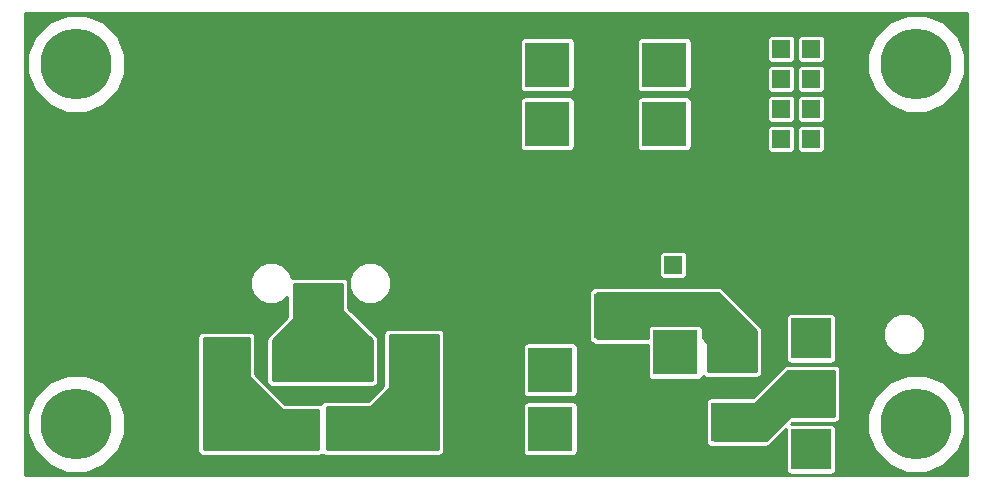
<source format=gbr>
G04 #@! TF.GenerationSoftware,KiCad,Pcbnew,(2017-02-05 revision 431abcf)-makepkg*
G04 #@! TF.CreationDate,2017-03-30T08:01:26+02:00*
G04 #@! TF.ProjectId,UNIPOWER05A,554E49504F5745523035412E6B696361,rev?*
G04 #@! TF.FileFunction,Copper,L1,Top,Signal*
G04 #@! TF.FilePolarity,Positive*
%FSLAX46Y46*%
G04 Gerber Fmt 4.6, Leading zero omitted, Abs format (unit mm)*
G04 Created by KiCad (PCBNEW (2017-02-05 revision 431abcf)-makepkg) date 03/30/17 08:01:26*
%MOMM*%
%LPD*%
G01*
G04 APERTURE LIST*
%ADD10C,0.300000*%
%ADD11R,3.400000X3.400000*%
%ADD12R,3.810000X3.810000*%
%ADD13C,6.000000*%
%ADD14R,3.810000X3.330000*%
%ADD15R,1.524000X1.524000*%
%ADD16C,0.800000*%
%ADD17C,0.600000*%
%ADD18C,0.900000*%
%ADD19C,0.254000*%
G04 APERTURE END LIST*
D10*
D11*
X67310000Y2920000D03*
X67310000Y7620000D03*
X67310000Y12320000D03*
D12*
X50800000Y8024000D03*
X50800000Y14224000D03*
X55800000Y11124000D03*
D13*
X76200000Y35560000D03*
X76200000Y5080000D03*
X5080000Y35560000D03*
X5080000Y5080000D03*
D14*
X23622000Y4456000D03*
X23622000Y10276000D03*
X28194000Y10276000D03*
X28194000Y4456000D03*
X60706000Y5218000D03*
X60706000Y11038000D03*
D12*
X17780000Y10414000D03*
X17780000Y5414000D03*
X12700000Y5414000D03*
X12700000Y10414000D03*
X33782000Y10414000D03*
X33782000Y5414000D03*
X38862000Y5414000D03*
X38862000Y10414000D03*
X45212000Y9652000D03*
X45212000Y4652000D03*
X50292000Y4652000D03*
X50292000Y9652000D03*
D15*
X55626000Y18542000D03*
D12*
X44958000Y30480000D03*
X44958000Y35480000D03*
X40005000Y35480000D03*
X40005000Y30480000D03*
X54864000Y30480000D03*
X54864000Y35480000D03*
X49911000Y35480000D03*
X49911000Y30480000D03*
D15*
X62230000Y34290000D03*
X62230000Y36830000D03*
X64770000Y34290000D03*
X64770000Y36830000D03*
X67310000Y34290000D03*
X67310000Y36830000D03*
X69850000Y34290000D03*
X69850000Y36830000D03*
X62230000Y29210000D03*
X62230000Y31750000D03*
X64770000Y29210000D03*
X64770000Y31750000D03*
X67310000Y29210000D03*
X67310000Y31750000D03*
X69850000Y29210000D03*
X69850000Y31750000D03*
D16*
X71628000Y36830000D03*
X71628000Y34290000D03*
X71882000Y31750000D03*
X71882000Y29210000D03*
X60452000Y36830000D03*
X60452000Y34036000D03*
X60452000Y31750000D03*
X60452000Y29210000D03*
X59944000Y18796000D03*
X61214000Y18034000D03*
X62230000Y17018000D03*
X63246000Y16002000D03*
X64008000Y14986000D03*
X63246000Y14224000D03*
X62230000Y15240000D03*
X61214000Y16256000D03*
X60198000Y17018000D03*
X58674000Y17526000D03*
X48768000Y25908000D03*
X49784000Y25908000D03*
X50800000Y25908000D03*
X51816000Y25908000D03*
X52070000Y26924000D03*
X51054000Y26924000D03*
X50038000Y26924000D03*
X49022000Y26924000D03*
X48006000Y26924000D03*
X51054000Y27940000D03*
X52070000Y27940000D03*
X50038000Y27940000D03*
X49022000Y27940000D03*
X48006000Y27940000D03*
X41656000Y26670000D03*
X40640000Y26670000D03*
X39370000Y26670000D03*
X38100000Y26670000D03*
X41656000Y27686000D03*
X40640000Y27686000D03*
X39370000Y27686000D03*
X38100000Y27686000D03*
X37338000Y28194000D03*
X37338000Y29464000D03*
X37338000Y30480000D03*
X37338000Y31496000D03*
X37338000Y32512000D03*
X37338000Y33528004D03*
X37338000Y34544000D03*
X37338000Y35560000D03*
X10160000Y14732000D03*
X10160000Y16002000D03*
X10160000Y17526000D03*
X9906000Y11176000D03*
X9906000Y12192000D03*
X13970000Y13208000D03*
X12954000Y13208000D03*
X11938000Y13208000D03*
X10922000Y13208000D03*
X9906000Y13208000D03*
X13970000Y2540000D03*
X12954000Y2540000D03*
X11938000Y2540000D03*
X10922000Y2540000D03*
X9906000Y2540000D03*
X9906000Y9906000D03*
X9906000Y8636000D03*
X9906000Y7620000D03*
X9906000Y6350000D03*
X9906000Y5334000D03*
X41656000Y11938000D03*
X41656000Y10922000D03*
X41656000Y9906000D03*
X41656000Y8890000D03*
X41656000Y7874000D03*
X41656000Y6604000D03*
X41656000Y5334000D03*
X58166000Y8128000D03*
X57150000Y8128000D03*
X56134000Y8128000D03*
X57150000Y2032000D03*
X56134000Y2032000D03*
X54864000Y2032000D03*
X53848000Y2032000D03*
X54864000Y8128000D03*
X54864000Y6858000D03*
X54864000Y5334000D03*
X54864000Y4318000D03*
X54864000Y3302000D03*
X53848000Y3302000D03*
X53848000Y4318000D03*
X53848000Y5334000D03*
X53848000Y6858000D03*
X53848000Y8128000D03*
X41656000Y13462000D03*
X40132000Y13462000D03*
X39116000Y13462000D03*
X37846000Y13462000D03*
X36576000Y13462000D03*
X26924000Y14224000D03*
X24892000Y14224000D03*
X23876000Y14224000D03*
X23876000Y16256000D03*
X24892000Y16256000D03*
X25908000Y16256000D03*
X26924000Y16256000D03*
X26924000Y15240000D03*
X25908000Y15240000D03*
X24892000Y15240000D03*
X23876000Y15240000D03*
X25908000Y14224000D03*
X28448000Y12954000D03*
X27178000Y12954000D03*
X25908000Y12954000D03*
X24638000Y12954000D03*
X23368000Y12954000D03*
D17*
X71628000Y34290000D02*
X71628000Y36830000D01*
X71882000Y29210000D02*
X71882000Y31750000D01*
X60452000Y34036000D02*
X60452000Y36830000D01*
X60452000Y29210000D02*
X60452000Y31750000D01*
X62230000Y21082000D02*
X59944000Y18796000D01*
X59944000Y18796000D02*
X58674000Y17526000D01*
X62230000Y17018000D02*
X61214000Y18034000D01*
X64008000Y14986000D02*
X64008000Y15240000D01*
X64008000Y15240000D02*
X63246000Y16002000D01*
X62230000Y15240000D02*
X63246000Y14224000D01*
X60198000Y17018000D02*
X60452000Y17018000D01*
X60452000Y17018000D02*
X61214000Y16256000D01*
X62230000Y29210000D02*
X62230000Y21082000D01*
X49784000Y25908000D02*
X48768000Y25908000D01*
X51816000Y25908000D02*
X50800000Y25908000D01*
X51054000Y26924000D02*
X52070000Y26924000D01*
X49022000Y26924000D02*
X50038000Y26924000D01*
X48006000Y27940000D02*
X48006000Y26924000D01*
X50038000Y27940000D02*
X51054000Y27940000D01*
X48006000Y27940000D02*
X49022000Y27940000D01*
X40640000Y26670000D02*
X41656000Y26670000D01*
X38100000Y26670000D02*
X39370000Y26670000D01*
X40640000Y27686000D02*
X41656000Y27686000D01*
X38100000Y27686000D02*
X39370000Y27686000D01*
X37338000Y28898315D02*
X37338000Y28194000D01*
X37338000Y29464000D02*
X37338000Y28898315D01*
X37338000Y30480000D02*
X37338000Y29464000D01*
X37338000Y32512000D02*
X37338000Y31496000D01*
X37338000Y34544000D02*
X37338000Y33528004D01*
X40005000Y35480000D02*
X37418000Y35480000D01*
X37418000Y35480000D02*
X37338000Y35560000D01*
X10160000Y17526000D02*
X10160000Y16002000D01*
X9906000Y12192000D02*
X9906000Y11176000D01*
X12954000Y13208000D02*
X13970000Y13208000D01*
X10922000Y13208000D02*
X11938000Y13208000D01*
X12700000Y10414000D02*
X9906000Y13208000D01*
X11938000Y2540000D02*
X12954000Y2540000D01*
X9906000Y2540000D02*
X10922000Y2540000D01*
X9906000Y8636000D02*
X9906000Y9906000D01*
X9906000Y6350000D02*
X9906000Y7620000D01*
X12700000Y5414000D02*
X9986000Y5414000D01*
X9986000Y5414000D02*
X9906000Y5334000D01*
X41656000Y9906000D02*
X41656000Y10922000D01*
X41656000Y7874000D02*
X41656000Y8890000D01*
X41656000Y5334000D02*
X41656000Y6604000D01*
X57150000Y8128000D02*
X58166000Y8128000D01*
X54864000Y8128000D02*
X56134000Y8128000D01*
X54864000Y2032000D02*
X56134000Y2032000D01*
X54864000Y3302000D02*
X54864000Y3048000D01*
X54864000Y3048000D02*
X53848000Y2032000D01*
X54864000Y5334000D02*
X54864000Y6858000D01*
X54864000Y3302000D02*
X54864000Y4318000D01*
X53848000Y4318000D02*
X53848000Y3302000D01*
X53848000Y6858000D02*
X53848000Y5334000D01*
X50292000Y4652000D02*
X50292000Y7157000D01*
X50292000Y7157000D02*
X51263000Y8128000D01*
X51263000Y8128000D02*
X53848000Y8128000D01*
X39116000Y13462000D02*
X40132000Y13462000D01*
X36576000Y13462000D02*
X37846000Y13462000D01*
D18*
X55626000Y11938000D02*
X55626000Y10668000D01*
D17*
X33782000Y5414000D02*
X33782000Y10414000D01*
X28194000Y4456000D02*
X32824000Y4456000D01*
X32824000Y4456000D02*
X33782000Y5414000D01*
D10*
X25908000Y14224000D02*
X26924000Y14224000D01*
X23876000Y14224000D02*
X24892000Y14224000D01*
X23876000Y15240000D02*
X23876000Y14224000D01*
X25908000Y16256000D02*
X24892000Y16256000D01*
X26924000Y15240000D02*
X26924000Y16256000D01*
X24892000Y15240000D02*
X25908000Y15240000D01*
X27178000Y12954000D02*
X28448000Y12954000D01*
X24638000Y12954000D02*
X25908000Y12954000D01*
X23622000Y10276000D02*
X23622000Y12700000D01*
X23622000Y12700000D02*
X23368000Y12954000D01*
D18*
X44450000Y8890000D02*
X44450000Y10160000D01*
X66802000Y8382000D02*
X67818000Y8382000D01*
X46228000Y29972000D02*
X46228000Y31242000D01*
X44958000Y31242000D02*
X44958000Y29972000D01*
X55626000Y30734000D02*
X55626000Y30480000D01*
D19*
G36*
X80524000Y756000D02*
X756000Y756000D01*
X756000Y4262690D01*
X952285Y4262690D01*
X1579259Y2745296D01*
X2739190Y1583340D01*
X4255487Y953718D01*
X5897310Y952285D01*
X7414704Y1579259D01*
X8576660Y2739190D01*
X9206282Y4255487D01*
X9207715Y5897310D01*
X8580741Y7414704D01*
X7420810Y8576660D01*
X5904513Y9206282D01*
X4262690Y9207715D01*
X2745296Y8580741D01*
X1583340Y7420810D01*
X953718Y5904513D01*
X952285Y4262690D01*
X756000Y4262690D01*
X756000Y12446000D01*
X15321000Y12446000D01*
X15321000Y2794000D01*
X15353503Y2630594D01*
X15446065Y2492065D01*
X15584594Y2399503D01*
X15748000Y2367000D01*
X21659864Y2367000D01*
X21717000Y2355635D01*
X25527000Y2355635D01*
X25584136Y2367000D01*
X25654000Y2367000D01*
X25817406Y2399503D01*
X25908000Y2460036D01*
X25998594Y2399503D01*
X26162000Y2367000D01*
X26231864Y2367000D01*
X26289000Y2355635D01*
X30099000Y2355635D01*
X30156136Y2367000D01*
X35814000Y2367000D01*
X35977406Y2399503D01*
X36115935Y2492065D01*
X36208497Y2630594D01*
X36241000Y2794000D01*
X36241000Y6557000D01*
X42871635Y6557000D01*
X42871635Y2747000D01*
X42904775Y2580393D01*
X42999150Y2439150D01*
X43140393Y2344775D01*
X43307000Y2311635D01*
X47117000Y2311635D01*
X47283607Y2344775D01*
X47424850Y2439150D01*
X47519225Y2580393D01*
X47552365Y2747000D01*
X47552365Y6557000D01*
X47519225Y6723607D01*
X47424850Y6864850D01*
X47397687Y6883000D01*
X58365635Y6883000D01*
X58365635Y3553000D01*
X58398775Y3386393D01*
X58493150Y3245150D01*
X58634393Y3150775D01*
X58801000Y3117635D01*
X62611000Y3117635D01*
X62668136Y3129000D01*
X63500000Y3129000D01*
X63663406Y3161503D01*
X63801935Y3254065D01*
X65176315Y4628445D01*
X65174635Y4620000D01*
X65174635Y1220000D01*
X65207775Y1053393D01*
X65302150Y912150D01*
X65443393Y817775D01*
X65610000Y784635D01*
X69010000Y784635D01*
X69176607Y817775D01*
X69317850Y912150D01*
X69412225Y1053393D01*
X69445365Y1220000D01*
X69445365Y4262690D01*
X72072285Y4262690D01*
X72699259Y2745296D01*
X73859190Y1583340D01*
X75375487Y953718D01*
X77017310Y952285D01*
X78534704Y1579259D01*
X79696660Y2739190D01*
X80326282Y4255487D01*
X80327715Y5897310D01*
X79700741Y7414704D01*
X78540810Y8576660D01*
X77024513Y9206282D01*
X75382690Y9207715D01*
X73865296Y8580741D01*
X72703340Y7420810D01*
X72073718Y5904513D01*
X72072285Y4262690D01*
X69445365Y4262690D01*
X69445365Y4620000D01*
X69412225Y4786607D01*
X69317850Y4927850D01*
X69176607Y5022225D01*
X69010000Y5055365D01*
X65610000Y5055365D01*
X65601555Y5053685D01*
X65708870Y5161000D01*
X69342000Y5161000D01*
X69505406Y5193503D01*
X69643935Y5286065D01*
X69736497Y5424594D01*
X69769000Y5588000D01*
X69769000Y9652000D01*
X69736497Y9815406D01*
X69643935Y9953935D01*
X69505406Y10046497D01*
X69342000Y10079000D01*
X65278000Y10079000D01*
X65114594Y10046497D01*
X64976065Y9953935D01*
X62340495Y7318365D01*
X58801000Y7318365D01*
X58634393Y7285225D01*
X58493150Y7190850D01*
X58398775Y7049607D01*
X58365635Y6883000D01*
X47397687Y6883000D01*
X47283607Y6959225D01*
X47117000Y6992365D01*
X43307000Y6992365D01*
X43140393Y6959225D01*
X42999150Y6864850D01*
X42904775Y6723607D01*
X42871635Y6557000D01*
X36241000Y6557000D01*
X36241000Y11557000D01*
X42871635Y11557000D01*
X42871635Y7747000D01*
X42904775Y7580393D01*
X42999150Y7439150D01*
X43140393Y7344775D01*
X43307000Y7311635D01*
X47117000Y7311635D01*
X47283607Y7344775D01*
X47424850Y7439150D01*
X47519225Y7580393D01*
X47552365Y7747000D01*
X47552365Y11557000D01*
X47519225Y11723607D01*
X47424850Y11864850D01*
X47283607Y11959225D01*
X47117000Y11992365D01*
X43307000Y11992365D01*
X43140393Y11959225D01*
X42999150Y11864850D01*
X42904775Y11723607D01*
X42871635Y11557000D01*
X36241000Y11557000D01*
X36241000Y12700000D01*
X36208497Y12863406D01*
X36115935Y13001935D01*
X35977406Y13094497D01*
X35814000Y13127000D01*
X31496000Y13127000D01*
X31332594Y13094497D01*
X31194065Y13001935D01*
X31101503Y12863406D01*
X31069000Y12700000D01*
X31069000Y8304870D01*
X29795130Y7031000D01*
X26162000Y7031000D01*
X25998594Y6998497D01*
X25860065Y6905935D01*
X25767503Y6767406D01*
X25765019Y6754917D01*
X25654000Y6777000D01*
X22782870Y6777000D01*
X20239000Y9320870D01*
X20239000Y12446000D01*
X20206497Y12609406D01*
X20113935Y12747935D01*
X19975406Y12840497D01*
X19812000Y12873000D01*
X15748000Y12873000D01*
X15584594Y12840497D01*
X15446065Y12747935D01*
X15353503Y12609406D01*
X15321000Y12446000D01*
X756000Y12446000D01*
X756000Y16666084D01*
X19812693Y16666084D01*
X20082655Y16012726D01*
X20582096Y15512412D01*
X21234982Y15241310D01*
X21941916Y15240693D01*
X22595274Y15510655D01*
X22941000Y15855778D01*
X22941000Y14146870D01*
X21288065Y12493935D01*
X21195503Y12355406D01*
X21163000Y12192000D01*
X21163000Y8636000D01*
X21195503Y8472594D01*
X21288065Y8334065D01*
X21426594Y8241503D01*
X21533125Y8220313D01*
X21550393Y8208775D01*
X21717000Y8175635D01*
X25527000Y8175635D01*
X25693607Y8208775D01*
X25693944Y8209000D01*
X26122056Y8209000D01*
X26122393Y8208775D01*
X26289000Y8175635D01*
X30099000Y8175635D01*
X30265607Y8208775D01*
X30282875Y8220313D01*
X30389406Y8241503D01*
X30527935Y8334065D01*
X30620497Y8472594D01*
X30653000Y8636000D01*
X30653000Y12192000D01*
X30620497Y12355406D01*
X30527935Y12493935D01*
X28113000Y14908870D01*
X28113000Y16666084D01*
X28194693Y16666084D01*
X28464655Y16012726D01*
X28964096Y15512412D01*
X29616982Y15241310D01*
X30323916Y15240693D01*
X30977274Y15510655D01*
X31477588Y16010096D01*
X31526961Y16129000D01*
X48459635Y16129000D01*
X48459635Y12319000D01*
X48492775Y12152393D01*
X48587150Y12011150D01*
X48681106Y11948371D01*
X48720065Y11890065D01*
X48858594Y11797503D01*
X49022000Y11765000D01*
X53459635Y11765000D01*
X53459635Y9219000D01*
X53492775Y9052393D01*
X53587150Y8911150D01*
X53728393Y8816775D01*
X53895000Y8783635D01*
X57705000Y8783635D01*
X57871607Y8816775D01*
X58012850Y8911150D01*
X58107225Y9052393D01*
X58116406Y9098548D01*
X58118065Y9096065D01*
X58256594Y9003503D01*
X58420000Y8971000D01*
X58634056Y8971000D01*
X58634393Y8970775D01*
X58801000Y8937635D01*
X62611000Y8937635D01*
X62777607Y8970775D01*
X62794875Y8982313D01*
X62901406Y9003503D01*
X63039935Y9096065D01*
X63132497Y9234594D01*
X63165000Y9398000D01*
X63165000Y12954000D01*
X63132497Y13117406D01*
X63039935Y13255935D01*
X62275870Y14020000D01*
X65174635Y14020000D01*
X65174635Y10620000D01*
X65207775Y10453393D01*
X65302150Y10312150D01*
X65443393Y10217775D01*
X65610000Y10184635D01*
X69010000Y10184635D01*
X69176607Y10217775D01*
X69317850Y10312150D01*
X69412225Y10453393D01*
X69445365Y10620000D01*
X69445365Y12348084D01*
X73406693Y12348084D01*
X73676655Y11694726D01*
X74176096Y11194412D01*
X74828982Y10923310D01*
X75535916Y10922693D01*
X76189274Y11192655D01*
X76689588Y11692096D01*
X76960690Y12344982D01*
X76961307Y13051916D01*
X76691345Y13705274D01*
X76191904Y14205588D01*
X75539018Y14476690D01*
X74832084Y14477307D01*
X74178726Y14207345D01*
X73678412Y13707904D01*
X73407310Y13055018D01*
X73406693Y12348084D01*
X69445365Y12348084D01*
X69445365Y14020000D01*
X69412225Y14186607D01*
X69317850Y14327850D01*
X69176607Y14422225D01*
X69010000Y14455365D01*
X65610000Y14455365D01*
X65443393Y14422225D01*
X65302150Y14327850D01*
X65207775Y14186607D01*
X65174635Y14020000D01*
X62275870Y14020000D01*
X59737935Y16557935D01*
X59599406Y16650497D01*
X59436000Y16683000D01*
X49022000Y16683000D01*
X48858594Y16650497D01*
X48720065Y16557935D01*
X48681106Y16499629D01*
X48587150Y16436850D01*
X48492775Y16295607D01*
X48459635Y16129000D01*
X31526961Y16129000D01*
X31748690Y16662982D01*
X31749307Y17369916D01*
X31479345Y18023274D01*
X30979904Y18523588D01*
X30327018Y18794690D01*
X29620084Y18795307D01*
X28966726Y18525345D01*
X28466412Y18025904D01*
X28195310Y17373018D01*
X28194693Y16666084D01*
X28113000Y16666084D01*
X28113000Y17018000D01*
X28080497Y17181406D01*
X27987935Y17319935D01*
X27849406Y17412497D01*
X27686000Y17445000D01*
X23368000Y17445000D01*
X23338692Y17439170D01*
X23097345Y18023274D01*
X22597904Y18523588D01*
X21945018Y18794690D01*
X21238084Y18795307D01*
X20584726Y18525345D01*
X20084412Y18025904D01*
X19813310Y17373018D01*
X19812693Y16666084D01*
X756000Y16666084D01*
X756000Y19304000D01*
X54428635Y19304000D01*
X54428635Y17780000D01*
X54461775Y17613393D01*
X54556150Y17472150D01*
X54697393Y17377775D01*
X54864000Y17344635D01*
X56388000Y17344635D01*
X56554607Y17377775D01*
X56695850Y17472150D01*
X56790225Y17613393D01*
X56823365Y17780000D01*
X56823365Y19304000D01*
X56790225Y19470607D01*
X56695850Y19611850D01*
X56554607Y19706225D01*
X56388000Y19739365D01*
X54864000Y19739365D01*
X54697393Y19706225D01*
X54556150Y19611850D01*
X54461775Y19470607D01*
X54428635Y19304000D01*
X756000Y19304000D01*
X756000Y34742690D01*
X952285Y34742690D01*
X1579259Y33225296D01*
X2739190Y32063340D01*
X4255487Y31433718D01*
X5897310Y31432285D01*
X7414704Y32059259D01*
X7741013Y32385000D01*
X42617635Y32385000D01*
X42617635Y28575000D01*
X42650775Y28408393D01*
X42745150Y28267150D01*
X42886393Y28172775D01*
X43053000Y28139635D01*
X46863000Y28139635D01*
X47029607Y28172775D01*
X47170850Y28267150D01*
X47265225Y28408393D01*
X47298365Y28575000D01*
X47298365Y32385000D01*
X52523635Y32385000D01*
X52523635Y28575000D01*
X52556775Y28408393D01*
X52651150Y28267150D01*
X52792393Y28172775D01*
X52959000Y28139635D01*
X56769000Y28139635D01*
X56935607Y28172775D01*
X57076850Y28267150D01*
X57171225Y28408393D01*
X57204365Y28575000D01*
X57204365Y29972000D01*
X63572635Y29972000D01*
X63572635Y28448000D01*
X63605775Y28281393D01*
X63700150Y28140150D01*
X63841393Y28045775D01*
X64008000Y28012635D01*
X65532000Y28012635D01*
X65698607Y28045775D01*
X65839850Y28140150D01*
X65934225Y28281393D01*
X65967365Y28448000D01*
X65967365Y29972000D01*
X66112635Y29972000D01*
X66112635Y28448000D01*
X66145775Y28281393D01*
X66240150Y28140150D01*
X66381393Y28045775D01*
X66548000Y28012635D01*
X68072000Y28012635D01*
X68238607Y28045775D01*
X68379850Y28140150D01*
X68474225Y28281393D01*
X68507365Y28448000D01*
X68507365Y29972000D01*
X68474225Y30138607D01*
X68379850Y30279850D01*
X68238607Y30374225D01*
X68072000Y30407365D01*
X66548000Y30407365D01*
X66381393Y30374225D01*
X66240150Y30279850D01*
X66145775Y30138607D01*
X66112635Y29972000D01*
X65967365Y29972000D01*
X65934225Y30138607D01*
X65839850Y30279850D01*
X65698607Y30374225D01*
X65532000Y30407365D01*
X64008000Y30407365D01*
X63841393Y30374225D01*
X63700150Y30279850D01*
X63605775Y30138607D01*
X63572635Y29972000D01*
X57204365Y29972000D01*
X57204365Y32385000D01*
X57179104Y32512000D01*
X63572635Y32512000D01*
X63572635Y30988000D01*
X63605775Y30821393D01*
X63700150Y30680150D01*
X63841393Y30585775D01*
X64008000Y30552635D01*
X65532000Y30552635D01*
X65698607Y30585775D01*
X65839850Y30680150D01*
X65934225Y30821393D01*
X65967365Y30988000D01*
X65967365Y32512000D01*
X66112635Y32512000D01*
X66112635Y30988000D01*
X66145775Y30821393D01*
X66240150Y30680150D01*
X66381393Y30585775D01*
X66548000Y30552635D01*
X68072000Y30552635D01*
X68238607Y30585775D01*
X68379850Y30680150D01*
X68474225Y30821393D01*
X68507365Y30988000D01*
X68507365Y32512000D01*
X68474225Y32678607D01*
X68379850Y32819850D01*
X68238607Y32914225D01*
X68072000Y32947365D01*
X66548000Y32947365D01*
X66381393Y32914225D01*
X66240150Y32819850D01*
X66145775Y32678607D01*
X66112635Y32512000D01*
X65967365Y32512000D01*
X65934225Y32678607D01*
X65839850Y32819850D01*
X65698607Y32914225D01*
X65532000Y32947365D01*
X64008000Y32947365D01*
X63841393Y32914225D01*
X63700150Y32819850D01*
X63605775Y32678607D01*
X63572635Y32512000D01*
X57179104Y32512000D01*
X57171225Y32551607D01*
X57076850Y32692850D01*
X56935607Y32787225D01*
X56769000Y32820365D01*
X52959000Y32820365D01*
X52792393Y32787225D01*
X52651150Y32692850D01*
X52556775Y32551607D01*
X52523635Y32385000D01*
X47298365Y32385000D01*
X47265225Y32551607D01*
X47170850Y32692850D01*
X47029607Y32787225D01*
X46863000Y32820365D01*
X43053000Y32820365D01*
X42886393Y32787225D01*
X42745150Y32692850D01*
X42650775Y32551607D01*
X42617635Y32385000D01*
X7741013Y32385000D01*
X8576660Y33219190D01*
X9206282Y34735487D01*
X9207715Y36377310D01*
X8791347Y37385000D01*
X42617635Y37385000D01*
X42617635Y33575000D01*
X42650775Y33408393D01*
X42745150Y33267150D01*
X42886393Y33172775D01*
X43053000Y33139635D01*
X46863000Y33139635D01*
X47029607Y33172775D01*
X47170850Y33267150D01*
X47265225Y33408393D01*
X47298365Y33575000D01*
X47298365Y37385000D01*
X52523635Y37385000D01*
X52523635Y33575000D01*
X52556775Y33408393D01*
X52651150Y33267150D01*
X52792393Y33172775D01*
X52959000Y33139635D01*
X56769000Y33139635D01*
X56935607Y33172775D01*
X57076850Y33267150D01*
X57171225Y33408393D01*
X57204365Y33575000D01*
X57204365Y35052000D01*
X63572635Y35052000D01*
X63572635Y33528000D01*
X63605775Y33361393D01*
X63700150Y33220150D01*
X63841393Y33125775D01*
X64008000Y33092635D01*
X65532000Y33092635D01*
X65698607Y33125775D01*
X65839850Y33220150D01*
X65934225Y33361393D01*
X65967365Y33528000D01*
X65967365Y35052000D01*
X66112635Y35052000D01*
X66112635Y33528000D01*
X66145775Y33361393D01*
X66240150Y33220150D01*
X66381393Y33125775D01*
X66548000Y33092635D01*
X68072000Y33092635D01*
X68238607Y33125775D01*
X68379850Y33220150D01*
X68474225Y33361393D01*
X68507365Y33528000D01*
X68507365Y34742690D01*
X72072285Y34742690D01*
X72699259Y33225296D01*
X73859190Y32063340D01*
X75375487Y31433718D01*
X77017310Y31432285D01*
X78534704Y32059259D01*
X79696660Y33219190D01*
X80326282Y34735487D01*
X80327715Y36377310D01*
X79700741Y37894704D01*
X78540810Y39056660D01*
X77024513Y39686282D01*
X75382690Y39687715D01*
X73865296Y39060741D01*
X72703340Y37900810D01*
X72073718Y36384513D01*
X72072285Y34742690D01*
X68507365Y34742690D01*
X68507365Y35052000D01*
X68474225Y35218607D01*
X68379850Y35359850D01*
X68238607Y35454225D01*
X68072000Y35487365D01*
X66548000Y35487365D01*
X66381393Y35454225D01*
X66240150Y35359850D01*
X66145775Y35218607D01*
X66112635Y35052000D01*
X65967365Y35052000D01*
X65934225Y35218607D01*
X65839850Y35359850D01*
X65698607Y35454225D01*
X65532000Y35487365D01*
X64008000Y35487365D01*
X63841393Y35454225D01*
X63700150Y35359850D01*
X63605775Y35218607D01*
X63572635Y35052000D01*
X57204365Y35052000D01*
X57204365Y37385000D01*
X57171225Y37551607D01*
X57144236Y37592000D01*
X63572635Y37592000D01*
X63572635Y36068000D01*
X63605775Y35901393D01*
X63700150Y35760150D01*
X63841393Y35665775D01*
X64008000Y35632635D01*
X65532000Y35632635D01*
X65698607Y35665775D01*
X65839850Y35760150D01*
X65934225Y35901393D01*
X65967365Y36068000D01*
X65967365Y37592000D01*
X66112635Y37592000D01*
X66112635Y36068000D01*
X66145775Y35901393D01*
X66240150Y35760150D01*
X66381393Y35665775D01*
X66548000Y35632635D01*
X68072000Y35632635D01*
X68238607Y35665775D01*
X68379850Y35760150D01*
X68474225Y35901393D01*
X68507365Y36068000D01*
X68507365Y37592000D01*
X68474225Y37758607D01*
X68379850Y37899850D01*
X68238607Y37994225D01*
X68072000Y38027365D01*
X66548000Y38027365D01*
X66381393Y37994225D01*
X66240150Y37899850D01*
X66145775Y37758607D01*
X66112635Y37592000D01*
X65967365Y37592000D01*
X65934225Y37758607D01*
X65839850Y37899850D01*
X65698607Y37994225D01*
X65532000Y38027365D01*
X64008000Y38027365D01*
X63841393Y37994225D01*
X63700150Y37899850D01*
X63605775Y37758607D01*
X63572635Y37592000D01*
X57144236Y37592000D01*
X57076850Y37692850D01*
X56935607Y37787225D01*
X56769000Y37820365D01*
X52959000Y37820365D01*
X52792393Y37787225D01*
X52651150Y37692850D01*
X52556775Y37551607D01*
X52523635Y37385000D01*
X47298365Y37385000D01*
X47265225Y37551607D01*
X47170850Y37692850D01*
X47029607Y37787225D01*
X46863000Y37820365D01*
X43053000Y37820365D01*
X42886393Y37787225D01*
X42745150Y37692850D01*
X42650775Y37551607D01*
X42617635Y37385000D01*
X8791347Y37385000D01*
X8580741Y37894704D01*
X7420810Y39056660D01*
X5904513Y39686282D01*
X4262690Y39687715D01*
X2745296Y39060741D01*
X1583340Y37900810D01*
X953718Y36384513D01*
X952285Y34742690D01*
X756000Y34742690D01*
X756000Y39884000D01*
X80524000Y39884000D01*
X80524000Y756000D01*
X80524000Y756000D01*
G37*
X80524000Y756000D02*
X756000Y756000D01*
X756000Y4262690D01*
X952285Y4262690D01*
X1579259Y2745296D01*
X2739190Y1583340D01*
X4255487Y953718D01*
X5897310Y952285D01*
X7414704Y1579259D01*
X8576660Y2739190D01*
X9206282Y4255487D01*
X9207715Y5897310D01*
X8580741Y7414704D01*
X7420810Y8576660D01*
X5904513Y9206282D01*
X4262690Y9207715D01*
X2745296Y8580741D01*
X1583340Y7420810D01*
X953718Y5904513D01*
X952285Y4262690D01*
X756000Y4262690D01*
X756000Y12446000D01*
X15321000Y12446000D01*
X15321000Y2794000D01*
X15353503Y2630594D01*
X15446065Y2492065D01*
X15584594Y2399503D01*
X15748000Y2367000D01*
X21659864Y2367000D01*
X21717000Y2355635D01*
X25527000Y2355635D01*
X25584136Y2367000D01*
X25654000Y2367000D01*
X25817406Y2399503D01*
X25908000Y2460036D01*
X25998594Y2399503D01*
X26162000Y2367000D01*
X26231864Y2367000D01*
X26289000Y2355635D01*
X30099000Y2355635D01*
X30156136Y2367000D01*
X35814000Y2367000D01*
X35977406Y2399503D01*
X36115935Y2492065D01*
X36208497Y2630594D01*
X36241000Y2794000D01*
X36241000Y6557000D01*
X42871635Y6557000D01*
X42871635Y2747000D01*
X42904775Y2580393D01*
X42999150Y2439150D01*
X43140393Y2344775D01*
X43307000Y2311635D01*
X47117000Y2311635D01*
X47283607Y2344775D01*
X47424850Y2439150D01*
X47519225Y2580393D01*
X47552365Y2747000D01*
X47552365Y6557000D01*
X47519225Y6723607D01*
X47424850Y6864850D01*
X47397687Y6883000D01*
X58365635Y6883000D01*
X58365635Y3553000D01*
X58398775Y3386393D01*
X58493150Y3245150D01*
X58634393Y3150775D01*
X58801000Y3117635D01*
X62611000Y3117635D01*
X62668136Y3129000D01*
X63500000Y3129000D01*
X63663406Y3161503D01*
X63801935Y3254065D01*
X65176315Y4628445D01*
X65174635Y4620000D01*
X65174635Y1220000D01*
X65207775Y1053393D01*
X65302150Y912150D01*
X65443393Y817775D01*
X65610000Y784635D01*
X69010000Y784635D01*
X69176607Y817775D01*
X69317850Y912150D01*
X69412225Y1053393D01*
X69445365Y1220000D01*
X69445365Y4262690D01*
X72072285Y4262690D01*
X72699259Y2745296D01*
X73859190Y1583340D01*
X75375487Y953718D01*
X77017310Y952285D01*
X78534704Y1579259D01*
X79696660Y2739190D01*
X80326282Y4255487D01*
X80327715Y5897310D01*
X79700741Y7414704D01*
X78540810Y8576660D01*
X77024513Y9206282D01*
X75382690Y9207715D01*
X73865296Y8580741D01*
X72703340Y7420810D01*
X72073718Y5904513D01*
X72072285Y4262690D01*
X69445365Y4262690D01*
X69445365Y4620000D01*
X69412225Y4786607D01*
X69317850Y4927850D01*
X69176607Y5022225D01*
X69010000Y5055365D01*
X65610000Y5055365D01*
X65601555Y5053685D01*
X65708870Y5161000D01*
X69342000Y5161000D01*
X69505406Y5193503D01*
X69643935Y5286065D01*
X69736497Y5424594D01*
X69769000Y5588000D01*
X69769000Y9652000D01*
X69736497Y9815406D01*
X69643935Y9953935D01*
X69505406Y10046497D01*
X69342000Y10079000D01*
X65278000Y10079000D01*
X65114594Y10046497D01*
X64976065Y9953935D01*
X62340495Y7318365D01*
X58801000Y7318365D01*
X58634393Y7285225D01*
X58493150Y7190850D01*
X58398775Y7049607D01*
X58365635Y6883000D01*
X47397687Y6883000D01*
X47283607Y6959225D01*
X47117000Y6992365D01*
X43307000Y6992365D01*
X43140393Y6959225D01*
X42999150Y6864850D01*
X42904775Y6723607D01*
X42871635Y6557000D01*
X36241000Y6557000D01*
X36241000Y11557000D01*
X42871635Y11557000D01*
X42871635Y7747000D01*
X42904775Y7580393D01*
X42999150Y7439150D01*
X43140393Y7344775D01*
X43307000Y7311635D01*
X47117000Y7311635D01*
X47283607Y7344775D01*
X47424850Y7439150D01*
X47519225Y7580393D01*
X47552365Y7747000D01*
X47552365Y11557000D01*
X47519225Y11723607D01*
X47424850Y11864850D01*
X47283607Y11959225D01*
X47117000Y11992365D01*
X43307000Y11992365D01*
X43140393Y11959225D01*
X42999150Y11864850D01*
X42904775Y11723607D01*
X42871635Y11557000D01*
X36241000Y11557000D01*
X36241000Y12700000D01*
X36208497Y12863406D01*
X36115935Y13001935D01*
X35977406Y13094497D01*
X35814000Y13127000D01*
X31496000Y13127000D01*
X31332594Y13094497D01*
X31194065Y13001935D01*
X31101503Y12863406D01*
X31069000Y12700000D01*
X31069000Y8304870D01*
X29795130Y7031000D01*
X26162000Y7031000D01*
X25998594Y6998497D01*
X25860065Y6905935D01*
X25767503Y6767406D01*
X25765019Y6754917D01*
X25654000Y6777000D01*
X22782870Y6777000D01*
X20239000Y9320870D01*
X20239000Y12446000D01*
X20206497Y12609406D01*
X20113935Y12747935D01*
X19975406Y12840497D01*
X19812000Y12873000D01*
X15748000Y12873000D01*
X15584594Y12840497D01*
X15446065Y12747935D01*
X15353503Y12609406D01*
X15321000Y12446000D01*
X756000Y12446000D01*
X756000Y16666084D01*
X19812693Y16666084D01*
X20082655Y16012726D01*
X20582096Y15512412D01*
X21234982Y15241310D01*
X21941916Y15240693D01*
X22595274Y15510655D01*
X22941000Y15855778D01*
X22941000Y14146870D01*
X21288065Y12493935D01*
X21195503Y12355406D01*
X21163000Y12192000D01*
X21163000Y8636000D01*
X21195503Y8472594D01*
X21288065Y8334065D01*
X21426594Y8241503D01*
X21533125Y8220313D01*
X21550393Y8208775D01*
X21717000Y8175635D01*
X25527000Y8175635D01*
X25693607Y8208775D01*
X25693944Y8209000D01*
X26122056Y8209000D01*
X26122393Y8208775D01*
X26289000Y8175635D01*
X30099000Y8175635D01*
X30265607Y8208775D01*
X30282875Y8220313D01*
X30389406Y8241503D01*
X30527935Y8334065D01*
X30620497Y8472594D01*
X30653000Y8636000D01*
X30653000Y12192000D01*
X30620497Y12355406D01*
X30527935Y12493935D01*
X28113000Y14908870D01*
X28113000Y16666084D01*
X28194693Y16666084D01*
X28464655Y16012726D01*
X28964096Y15512412D01*
X29616982Y15241310D01*
X30323916Y15240693D01*
X30977274Y15510655D01*
X31477588Y16010096D01*
X31526961Y16129000D01*
X48459635Y16129000D01*
X48459635Y12319000D01*
X48492775Y12152393D01*
X48587150Y12011150D01*
X48681106Y11948371D01*
X48720065Y11890065D01*
X48858594Y11797503D01*
X49022000Y11765000D01*
X53459635Y11765000D01*
X53459635Y9219000D01*
X53492775Y9052393D01*
X53587150Y8911150D01*
X53728393Y8816775D01*
X53895000Y8783635D01*
X57705000Y8783635D01*
X57871607Y8816775D01*
X58012850Y8911150D01*
X58107225Y9052393D01*
X58116406Y9098548D01*
X58118065Y9096065D01*
X58256594Y9003503D01*
X58420000Y8971000D01*
X58634056Y8971000D01*
X58634393Y8970775D01*
X58801000Y8937635D01*
X62611000Y8937635D01*
X62777607Y8970775D01*
X62794875Y8982313D01*
X62901406Y9003503D01*
X63039935Y9096065D01*
X63132497Y9234594D01*
X63165000Y9398000D01*
X63165000Y12954000D01*
X63132497Y13117406D01*
X63039935Y13255935D01*
X62275870Y14020000D01*
X65174635Y14020000D01*
X65174635Y10620000D01*
X65207775Y10453393D01*
X65302150Y10312150D01*
X65443393Y10217775D01*
X65610000Y10184635D01*
X69010000Y10184635D01*
X69176607Y10217775D01*
X69317850Y10312150D01*
X69412225Y10453393D01*
X69445365Y10620000D01*
X69445365Y12348084D01*
X73406693Y12348084D01*
X73676655Y11694726D01*
X74176096Y11194412D01*
X74828982Y10923310D01*
X75535916Y10922693D01*
X76189274Y11192655D01*
X76689588Y11692096D01*
X76960690Y12344982D01*
X76961307Y13051916D01*
X76691345Y13705274D01*
X76191904Y14205588D01*
X75539018Y14476690D01*
X74832084Y14477307D01*
X74178726Y14207345D01*
X73678412Y13707904D01*
X73407310Y13055018D01*
X73406693Y12348084D01*
X69445365Y12348084D01*
X69445365Y14020000D01*
X69412225Y14186607D01*
X69317850Y14327850D01*
X69176607Y14422225D01*
X69010000Y14455365D01*
X65610000Y14455365D01*
X65443393Y14422225D01*
X65302150Y14327850D01*
X65207775Y14186607D01*
X65174635Y14020000D01*
X62275870Y14020000D01*
X59737935Y16557935D01*
X59599406Y16650497D01*
X59436000Y16683000D01*
X49022000Y16683000D01*
X48858594Y16650497D01*
X48720065Y16557935D01*
X48681106Y16499629D01*
X48587150Y16436850D01*
X48492775Y16295607D01*
X48459635Y16129000D01*
X31526961Y16129000D01*
X31748690Y16662982D01*
X31749307Y17369916D01*
X31479345Y18023274D01*
X30979904Y18523588D01*
X30327018Y18794690D01*
X29620084Y18795307D01*
X28966726Y18525345D01*
X28466412Y18025904D01*
X28195310Y17373018D01*
X28194693Y16666084D01*
X28113000Y16666084D01*
X28113000Y17018000D01*
X28080497Y17181406D01*
X27987935Y17319935D01*
X27849406Y17412497D01*
X27686000Y17445000D01*
X23368000Y17445000D01*
X23338692Y17439170D01*
X23097345Y18023274D01*
X22597904Y18523588D01*
X21945018Y18794690D01*
X21238084Y18795307D01*
X20584726Y18525345D01*
X20084412Y18025904D01*
X19813310Y17373018D01*
X19812693Y16666084D01*
X756000Y16666084D01*
X756000Y19304000D01*
X54428635Y19304000D01*
X54428635Y17780000D01*
X54461775Y17613393D01*
X54556150Y17472150D01*
X54697393Y17377775D01*
X54864000Y17344635D01*
X56388000Y17344635D01*
X56554607Y17377775D01*
X56695850Y17472150D01*
X56790225Y17613393D01*
X56823365Y17780000D01*
X56823365Y19304000D01*
X56790225Y19470607D01*
X56695850Y19611850D01*
X56554607Y19706225D01*
X56388000Y19739365D01*
X54864000Y19739365D01*
X54697393Y19706225D01*
X54556150Y19611850D01*
X54461775Y19470607D01*
X54428635Y19304000D01*
X756000Y19304000D01*
X756000Y34742690D01*
X952285Y34742690D01*
X1579259Y33225296D01*
X2739190Y32063340D01*
X4255487Y31433718D01*
X5897310Y31432285D01*
X7414704Y32059259D01*
X7741013Y32385000D01*
X42617635Y32385000D01*
X42617635Y28575000D01*
X42650775Y28408393D01*
X42745150Y28267150D01*
X42886393Y28172775D01*
X43053000Y28139635D01*
X46863000Y28139635D01*
X47029607Y28172775D01*
X47170850Y28267150D01*
X47265225Y28408393D01*
X47298365Y28575000D01*
X47298365Y32385000D01*
X52523635Y32385000D01*
X52523635Y28575000D01*
X52556775Y28408393D01*
X52651150Y28267150D01*
X52792393Y28172775D01*
X52959000Y28139635D01*
X56769000Y28139635D01*
X56935607Y28172775D01*
X57076850Y28267150D01*
X57171225Y28408393D01*
X57204365Y28575000D01*
X57204365Y29972000D01*
X63572635Y29972000D01*
X63572635Y28448000D01*
X63605775Y28281393D01*
X63700150Y28140150D01*
X63841393Y28045775D01*
X64008000Y28012635D01*
X65532000Y28012635D01*
X65698607Y28045775D01*
X65839850Y28140150D01*
X65934225Y28281393D01*
X65967365Y28448000D01*
X65967365Y29972000D01*
X66112635Y29972000D01*
X66112635Y28448000D01*
X66145775Y28281393D01*
X66240150Y28140150D01*
X66381393Y28045775D01*
X66548000Y28012635D01*
X68072000Y28012635D01*
X68238607Y28045775D01*
X68379850Y28140150D01*
X68474225Y28281393D01*
X68507365Y28448000D01*
X68507365Y29972000D01*
X68474225Y30138607D01*
X68379850Y30279850D01*
X68238607Y30374225D01*
X68072000Y30407365D01*
X66548000Y30407365D01*
X66381393Y30374225D01*
X66240150Y30279850D01*
X66145775Y30138607D01*
X66112635Y29972000D01*
X65967365Y29972000D01*
X65934225Y30138607D01*
X65839850Y30279850D01*
X65698607Y30374225D01*
X65532000Y30407365D01*
X64008000Y30407365D01*
X63841393Y30374225D01*
X63700150Y30279850D01*
X63605775Y30138607D01*
X63572635Y29972000D01*
X57204365Y29972000D01*
X57204365Y32385000D01*
X57179104Y32512000D01*
X63572635Y32512000D01*
X63572635Y30988000D01*
X63605775Y30821393D01*
X63700150Y30680150D01*
X63841393Y30585775D01*
X64008000Y30552635D01*
X65532000Y30552635D01*
X65698607Y30585775D01*
X65839850Y30680150D01*
X65934225Y30821393D01*
X65967365Y30988000D01*
X65967365Y32512000D01*
X66112635Y32512000D01*
X66112635Y30988000D01*
X66145775Y30821393D01*
X66240150Y30680150D01*
X66381393Y30585775D01*
X66548000Y30552635D01*
X68072000Y30552635D01*
X68238607Y30585775D01*
X68379850Y30680150D01*
X68474225Y30821393D01*
X68507365Y30988000D01*
X68507365Y32512000D01*
X68474225Y32678607D01*
X68379850Y32819850D01*
X68238607Y32914225D01*
X68072000Y32947365D01*
X66548000Y32947365D01*
X66381393Y32914225D01*
X66240150Y32819850D01*
X66145775Y32678607D01*
X66112635Y32512000D01*
X65967365Y32512000D01*
X65934225Y32678607D01*
X65839850Y32819850D01*
X65698607Y32914225D01*
X65532000Y32947365D01*
X64008000Y32947365D01*
X63841393Y32914225D01*
X63700150Y32819850D01*
X63605775Y32678607D01*
X63572635Y32512000D01*
X57179104Y32512000D01*
X57171225Y32551607D01*
X57076850Y32692850D01*
X56935607Y32787225D01*
X56769000Y32820365D01*
X52959000Y32820365D01*
X52792393Y32787225D01*
X52651150Y32692850D01*
X52556775Y32551607D01*
X52523635Y32385000D01*
X47298365Y32385000D01*
X47265225Y32551607D01*
X47170850Y32692850D01*
X47029607Y32787225D01*
X46863000Y32820365D01*
X43053000Y32820365D01*
X42886393Y32787225D01*
X42745150Y32692850D01*
X42650775Y32551607D01*
X42617635Y32385000D01*
X7741013Y32385000D01*
X8576660Y33219190D01*
X9206282Y34735487D01*
X9207715Y36377310D01*
X8791347Y37385000D01*
X42617635Y37385000D01*
X42617635Y33575000D01*
X42650775Y33408393D01*
X42745150Y33267150D01*
X42886393Y33172775D01*
X43053000Y33139635D01*
X46863000Y33139635D01*
X47029607Y33172775D01*
X47170850Y33267150D01*
X47265225Y33408393D01*
X47298365Y33575000D01*
X47298365Y37385000D01*
X52523635Y37385000D01*
X52523635Y33575000D01*
X52556775Y33408393D01*
X52651150Y33267150D01*
X52792393Y33172775D01*
X52959000Y33139635D01*
X56769000Y33139635D01*
X56935607Y33172775D01*
X57076850Y33267150D01*
X57171225Y33408393D01*
X57204365Y33575000D01*
X57204365Y35052000D01*
X63572635Y35052000D01*
X63572635Y33528000D01*
X63605775Y33361393D01*
X63700150Y33220150D01*
X63841393Y33125775D01*
X64008000Y33092635D01*
X65532000Y33092635D01*
X65698607Y33125775D01*
X65839850Y33220150D01*
X65934225Y33361393D01*
X65967365Y33528000D01*
X65967365Y35052000D01*
X66112635Y35052000D01*
X66112635Y33528000D01*
X66145775Y33361393D01*
X66240150Y33220150D01*
X66381393Y33125775D01*
X66548000Y33092635D01*
X68072000Y33092635D01*
X68238607Y33125775D01*
X68379850Y33220150D01*
X68474225Y33361393D01*
X68507365Y33528000D01*
X68507365Y34742690D01*
X72072285Y34742690D01*
X72699259Y33225296D01*
X73859190Y32063340D01*
X75375487Y31433718D01*
X77017310Y31432285D01*
X78534704Y32059259D01*
X79696660Y33219190D01*
X80326282Y34735487D01*
X80327715Y36377310D01*
X79700741Y37894704D01*
X78540810Y39056660D01*
X77024513Y39686282D01*
X75382690Y39687715D01*
X73865296Y39060741D01*
X72703340Y37900810D01*
X72073718Y36384513D01*
X72072285Y34742690D01*
X68507365Y34742690D01*
X68507365Y35052000D01*
X68474225Y35218607D01*
X68379850Y35359850D01*
X68238607Y35454225D01*
X68072000Y35487365D01*
X66548000Y35487365D01*
X66381393Y35454225D01*
X66240150Y35359850D01*
X66145775Y35218607D01*
X66112635Y35052000D01*
X65967365Y35052000D01*
X65934225Y35218607D01*
X65839850Y35359850D01*
X65698607Y35454225D01*
X65532000Y35487365D01*
X64008000Y35487365D01*
X63841393Y35454225D01*
X63700150Y35359850D01*
X63605775Y35218607D01*
X63572635Y35052000D01*
X57204365Y35052000D01*
X57204365Y37385000D01*
X57171225Y37551607D01*
X57144236Y37592000D01*
X63572635Y37592000D01*
X63572635Y36068000D01*
X63605775Y35901393D01*
X63700150Y35760150D01*
X63841393Y35665775D01*
X64008000Y35632635D01*
X65532000Y35632635D01*
X65698607Y35665775D01*
X65839850Y35760150D01*
X65934225Y35901393D01*
X65967365Y36068000D01*
X65967365Y37592000D01*
X66112635Y37592000D01*
X66112635Y36068000D01*
X66145775Y35901393D01*
X66240150Y35760150D01*
X66381393Y35665775D01*
X66548000Y35632635D01*
X68072000Y35632635D01*
X68238607Y35665775D01*
X68379850Y35760150D01*
X68474225Y35901393D01*
X68507365Y36068000D01*
X68507365Y37592000D01*
X68474225Y37758607D01*
X68379850Y37899850D01*
X68238607Y37994225D01*
X68072000Y38027365D01*
X66548000Y38027365D01*
X66381393Y37994225D01*
X66240150Y37899850D01*
X66145775Y37758607D01*
X66112635Y37592000D01*
X65967365Y37592000D01*
X65934225Y37758607D01*
X65839850Y37899850D01*
X65698607Y37994225D01*
X65532000Y38027365D01*
X64008000Y38027365D01*
X63841393Y37994225D01*
X63700150Y37899850D01*
X63605775Y37758607D01*
X63572635Y37592000D01*
X57144236Y37592000D01*
X57076850Y37692850D01*
X56935607Y37787225D01*
X56769000Y37820365D01*
X52959000Y37820365D01*
X52792393Y37787225D01*
X52651150Y37692850D01*
X52556775Y37551607D01*
X52523635Y37385000D01*
X47298365Y37385000D01*
X47265225Y37551607D01*
X47170850Y37692850D01*
X47029607Y37787225D01*
X46863000Y37820365D01*
X43053000Y37820365D01*
X42886393Y37787225D01*
X42745150Y37692850D01*
X42650775Y37551607D01*
X42617635Y37385000D01*
X8791347Y37385000D01*
X8580741Y37894704D01*
X7420810Y39056660D01*
X5904513Y39686282D01*
X4262690Y39687715D01*
X2745296Y39060741D01*
X1583340Y37900810D01*
X953718Y36384513D01*
X952285Y34742690D01*
X756000Y34742690D01*
X756000Y39884000D01*
X80524000Y39884000D01*
X80524000Y756000D01*
G36*
X35687000Y2921000D02*
X26289000Y2921000D01*
X26289000Y6477000D01*
X29972000Y6477000D01*
X30020601Y6486667D01*
X30061803Y6514197D01*
X31585803Y8038197D01*
X31613333Y8079399D01*
X31623000Y8128000D01*
X31623000Y12573000D01*
X35687000Y12573000D01*
X35687000Y2921000D01*
X35687000Y2921000D01*
G37*
X35687000Y2921000D02*
X26289000Y2921000D01*
X26289000Y6477000D01*
X29972000Y6477000D01*
X30020601Y6486667D01*
X30061803Y6514197D01*
X31585803Y8038197D01*
X31613333Y8079399D01*
X31623000Y8128000D01*
X31623000Y12573000D01*
X35687000Y12573000D01*
X35687000Y2921000D01*
G36*
X19685000Y9144000D02*
X19694667Y9095399D01*
X19722197Y9054197D01*
X22516197Y6260197D01*
X22557399Y6232667D01*
X22606000Y6223000D01*
X25527000Y6223000D01*
X25527000Y2921000D01*
X15875000Y2921000D01*
X15875000Y12319000D01*
X19685000Y12319000D01*
X19685000Y9144000D01*
X19685000Y9144000D01*
G37*
X19685000Y9144000D02*
X19694667Y9095399D01*
X19722197Y9054197D01*
X22516197Y6260197D01*
X22557399Y6232667D01*
X22606000Y6223000D01*
X25527000Y6223000D01*
X25527000Y2921000D01*
X15875000Y2921000D01*
X15875000Y12319000D01*
X19685000Y12319000D01*
X19685000Y9144000D01*
G36*
X62611000Y12901394D02*
X62611000Y9525000D01*
X58547000Y9525000D01*
X58547000Y11938000D01*
X58537333Y11986601D01*
X58509803Y12027803D01*
X58255803Y12281803D01*
X58214601Y12309333D01*
X58166000Y12319000D01*
X58140365Y12319000D01*
X58140365Y13029000D01*
X58107225Y13195607D01*
X58012850Y13336850D01*
X57871607Y13431225D01*
X57705000Y13464365D01*
X53895000Y13464365D01*
X53728393Y13431225D01*
X53587150Y13336850D01*
X53492775Y13195607D01*
X53459635Y13029000D01*
X53459635Y12319000D01*
X49149000Y12319000D01*
X49149000Y16129000D01*
X59383394Y16129000D01*
X62611000Y12901394D01*
X62611000Y12901394D01*
G37*
X62611000Y12901394D02*
X62611000Y9525000D01*
X58547000Y9525000D01*
X58547000Y11938000D01*
X58537333Y11986601D01*
X58509803Y12027803D01*
X58255803Y12281803D01*
X58214601Y12309333D01*
X58166000Y12319000D01*
X58140365Y12319000D01*
X58140365Y13029000D01*
X58107225Y13195607D01*
X58012850Y13336850D01*
X57871607Y13431225D01*
X57705000Y13464365D01*
X53895000Y13464365D01*
X53728393Y13431225D01*
X53587150Y13336850D01*
X53492775Y13195607D01*
X53459635Y13029000D01*
X53459635Y12319000D01*
X49149000Y12319000D01*
X49149000Y16129000D01*
X59383394Y16129000D01*
X62611000Y12901394D01*
G36*
X69215000Y5715000D02*
X65532000Y5715000D01*
X65483399Y5705333D01*
X65442197Y5677803D01*
X63447394Y3683000D01*
X59055000Y3683000D01*
X59055000Y6731000D01*
X62484000Y6731000D01*
X62532601Y6740667D01*
X62573803Y6768197D01*
X65330606Y9525000D01*
X69215000Y9525000D01*
X69215000Y5715000D01*
X69215000Y5715000D01*
G37*
X69215000Y5715000D02*
X65532000Y5715000D01*
X65483399Y5705333D01*
X65442197Y5677803D01*
X63447394Y3683000D01*
X59055000Y3683000D01*
X59055000Y6731000D01*
X62484000Y6731000D01*
X62532601Y6740667D01*
X62573803Y6768197D01*
X65330606Y9525000D01*
X69215000Y9525000D01*
X69215000Y5715000D01*
G36*
X27559000Y14732000D02*
X27568667Y14683399D01*
X27596197Y14642197D01*
X30099000Y12139394D01*
X30099000Y8763000D01*
X21717000Y8763000D01*
X21717000Y12139394D01*
X23457803Y13880197D01*
X23485333Y13921399D01*
X23495000Y13970000D01*
X23495000Y16891000D01*
X27559000Y16891000D01*
X27559000Y14732000D01*
X27559000Y14732000D01*
G37*
X27559000Y14732000D02*
X27568667Y14683399D01*
X27596197Y14642197D01*
X30099000Y12139394D01*
X30099000Y8763000D01*
X21717000Y8763000D01*
X21717000Y12139394D01*
X23457803Y13880197D01*
X23485333Y13921399D01*
X23495000Y13970000D01*
X23495000Y16891000D01*
X27559000Y16891000D01*
X27559000Y14732000D01*
M02*

</source>
